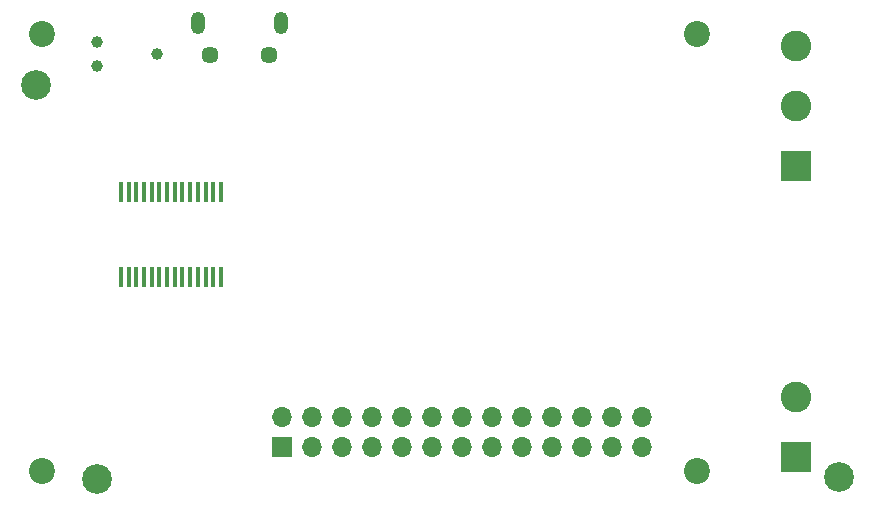
<source format=gbr>
%TF.GenerationSoftware,KiCad,Pcbnew,(5.1.9)-1*%
%TF.CreationDate,2022-08-25T12:46:07+02:00*%
%TF.ProjectId,electric_angle_actuator,656c6563-7472-4696-935f-616e676c655f,rev?*%
%TF.SameCoordinates,Original*%
%TF.FileFunction,Soldermask,Bot*%
%TF.FilePolarity,Negative*%
%FSLAX46Y46*%
G04 Gerber Fmt 4.6, Leading zero omitted, Abs format (unit mm)*
G04 Created by KiCad (PCBNEW (5.1.9)-1) date 2022-08-25 12:46:07*
%MOMM*%
%LPD*%
G01*
G04 APERTURE LIST*
%ADD10C,2.520000*%
%ADD11O,1.200000X1.900000*%
%ADD12C,1.450000*%
%ADD13R,0.450000X1.750000*%
%ADD14O,1.700000X1.700000*%
%ADD15R,1.700000X1.700000*%
%ADD16C,2.200000*%
%ADD17C,0.990600*%
%ADD18R,2.600000X2.600000*%
%ADD19C,2.600000*%
G04 APERTURE END LIST*
D10*
%TO.C,REF\u002A\u002A*%
X196400000Y-98400000D03*
%TD*%
%TO.C,REF\u002A\u002A*%
X133600000Y-98600000D03*
%TD*%
%TO.C,REF\u002A\u002A*%
X128400000Y-65200000D03*
%TD*%
D11*
%TO.C,J1*%
X142143600Y-59976500D03*
X149143600Y-59976500D03*
D12*
X143143600Y-62676500D03*
X148143600Y-62676500D03*
%TD*%
D13*
%TO.C,U3*%
X144077400Y-74276400D03*
X143427400Y-74276400D03*
X142777400Y-74276400D03*
X142127400Y-74276400D03*
X141477400Y-74276400D03*
X140827400Y-74276400D03*
X140177400Y-74276400D03*
X139527400Y-74276400D03*
X138877400Y-74276400D03*
X138227400Y-74276400D03*
X137577400Y-74276400D03*
X136927400Y-74276400D03*
X136277400Y-74276400D03*
X135627400Y-74276400D03*
X135627400Y-81476400D03*
X136277400Y-81476400D03*
X136927400Y-81476400D03*
X137577400Y-81476400D03*
X138227400Y-81476400D03*
X138877400Y-81476400D03*
X139527400Y-81476400D03*
X140177400Y-81476400D03*
X140827400Y-81476400D03*
X141477400Y-81476400D03*
X142127400Y-81476400D03*
X142777400Y-81476400D03*
X143427400Y-81476400D03*
X144077400Y-81476400D03*
%TD*%
D14*
%TO.C,J2*%
X179768500Y-93345000D03*
X179768500Y-95885000D03*
X177228500Y-93345000D03*
X177228500Y-95885000D03*
X174688500Y-93345000D03*
X174688500Y-95885000D03*
X172148500Y-93345000D03*
X172148500Y-95885000D03*
X169608500Y-93345000D03*
X169608500Y-95885000D03*
X167068500Y-93345000D03*
X167068500Y-95885000D03*
X164528500Y-93345000D03*
X164528500Y-95885000D03*
X161988500Y-93345000D03*
X161988500Y-95885000D03*
X159448500Y-93345000D03*
X159448500Y-95885000D03*
X156908500Y-93345000D03*
X156908500Y-95885000D03*
X154368500Y-93345000D03*
X154368500Y-95885000D03*
X151828500Y-93345000D03*
X151828500Y-95885000D03*
X149288500Y-93345000D03*
D15*
X149288500Y-95885000D03*
%TD*%
D16*
%TO.C,H4*%
X184400000Y-60900000D03*
%TD*%
%TO.C,H3*%
X184400000Y-97900000D03*
%TD*%
%TO.C,H2*%
X128900000Y-97900000D03*
%TD*%
%TO.C,H1*%
X128900000Y-60900000D03*
%TD*%
D17*
%TO.C,J3*%
X138684000Y-62611000D03*
X133604000Y-61595000D03*
X133604000Y-63627000D03*
%TD*%
D18*
%TO.C,J4*%
X192786000Y-72136000D03*
D19*
X192786000Y-67056000D03*
X192786000Y-61976000D03*
%TD*%
D18*
%TO.C,J5*%
X192786000Y-96774000D03*
D19*
X192786000Y-91694000D03*
%TD*%
M02*

</source>
